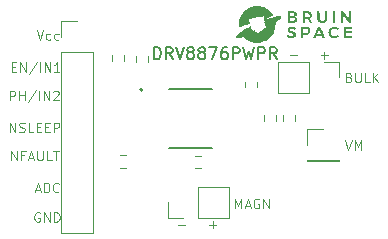
<source format=gbr>
%TF.GenerationSoftware,KiCad,Pcbnew,7.0.1*%
%TF.CreationDate,2023-05-06T21:47:35-07:00*%
%TF.ProjectId,MAGNETORQUERS,4d41474e-4554-44f5-9251-554552532e6b,rev?*%
%TF.SameCoordinates,Original*%
%TF.FileFunction,Legend,Top*%
%TF.FilePolarity,Positive*%
%FSLAX46Y46*%
G04 Gerber Fmt 4.6, Leading zero omitted, Abs format (unit mm)*
G04 Created by KiCad (PCBNEW 7.0.1) date 2023-05-06 21:47:35*
%MOMM*%
%LPD*%
G01*
G04 APERTURE LIST*
%ADD10C,0.120000*%
%ADD11C,0.150000*%
%ADD12C,0.127000*%
%ADD13C,0.200000*%
G04 APERTURE END LIST*
D10*
X141740476Y-95147333D02*
X142350000Y-95147333D01*
X142045238Y-95452095D02*
X142045238Y-94842571D01*
D11*
X137088095Y-81127619D02*
X137088095Y-80127619D01*
X137088095Y-80127619D02*
X137326190Y-80127619D01*
X137326190Y-80127619D02*
X137469047Y-80175238D01*
X137469047Y-80175238D02*
X137564285Y-80270476D01*
X137564285Y-80270476D02*
X137611904Y-80365714D01*
X137611904Y-80365714D02*
X137659523Y-80556190D01*
X137659523Y-80556190D02*
X137659523Y-80699047D01*
X137659523Y-80699047D02*
X137611904Y-80889523D01*
X137611904Y-80889523D02*
X137564285Y-80984761D01*
X137564285Y-80984761D02*
X137469047Y-81080000D01*
X137469047Y-81080000D02*
X137326190Y-81127619D01*
X137326190Y-81127619D02*
X137088095Y-81127619D01*
X138659523Y-81127619D02*
X138326190Y-80651428D01*
X138088095Y-81127619D02*
X138088095Y-80127619D01*
X138088095Y-80127619D02*
X138469047Y-80127619D01*
X138469047Y-80127619D02*
X138564285Y-80175238D01*
X138564285Y-80175238D02*
X138611904Y-80222857D01*
X138611904Y-80222857D02*
X138659523Y-80318095D01*
X138659523Y-80318095D02*
X138659523Y-80460952D01*
X138659523Y-80460952D02*
X138611904Y-80556190D01*
X138611904Y-80556190D02*
X138564285Y-80603809D01*
X138564285Y-80603809D02*
X138469047Y-80651428D01*
X138469047Y-80651428D02*
X138088095Y-80651428D01*
X138945238Y-80127619D02*
X139278571Y-81127619D01*
X139278571Y-81127619D02*
X139611904Y-80127619D01*
X140088095Y-80556190D02*
X139992857Y-80508571D01*
X139992857Y-80508571D02*
X139945238Y-80460952D01*
X139945238Y-80460952D02*
X139897619Y-80365714D01*
X139897619Y-80365714D02*
X139897619Y-80318095D01*
X139897619Y-80318095D02*
X139945238Y-80222857D01*
X139945238Y-80222857D02*
X139992857Y-80175238D01*
X139992857Y-80175238D02*
X140088095Y-80127619D01*
X140088095Y-80127619D02*
X140278571Y-80127619D01*
X140278571Y-80127619D02*
X140373809Y-80175238D01*
X140373809Y-80175238D02*
X140421428Y-80222857D01*
X140421428Y-80222857D02*
X140469047Y-80318095D01*
X140469047Y-80318095D02*
X140469047Y-80365714D01*
X140469047Y-80365714D02*
X140421428Y-80460952D01*
X140421428Y-80460952D02*
X140373809Y-80508571D01*
X140373809Y-80508571D02*
X140278571Y-80556190D01*
X140278571Y-80556190D02*
X140088095Y-80556190D01*
X140088095Y-80556190D02*
X139992857Y-80603809D01*
X139992857Y-80603809D02*
X139945238Y-80651428D01*
X139945238Y-80651428D02*
X139897619Y-80746666D01*
X139897619Y-80746666D02*
X139897619Y-80937142D01*
X139897619Y-80937142D02*
X139945238Y-81032380D01*
X139945238Y-81032380D02*
X139992857Y-81080000D01*
X139992857Y-81080000D02*
X140088095Y-81127619D01*
X140088095Y-81127619D02*
X140278571Y-81127619D01*
X140278571Y-81127619D02*
X140373809Y-81080000D01*
X140373809Y-81080000D02*
X140421428Y-81032380D01*
X140421428Y-81032380D02*
X140469047Y-80937142D01*
X140469047Y-80937142D02*
X140469047Y-80746666D01*
X140469047Y-80746666D02*
X140421428Y-80651428D01*
X140421428Y-80651428D02*
X140373809Y-80603809D01*
X140373809Y-80603809D02*
X140278571Y-80556190D01*
X141040476Y-80556190D02*
X140945238Y-80508571D01*
X140945238Y-80508571D02*
X140897619Y-80460952D01*
X140897619Y-80460952D02*
X140850000Y-80365714D01*
X140850000Y-80365714D02*
X140850000Y-80318095D01*
X140850000Y-80318095D02*
X140897619Y-80222857D01*
X140897619Y-80222857D02*
X140945238Y-80175238D01*
X140945238Y-80175238D02*
X141040476Y-80127619D01*
X141040476Y-80127619D02*
X141230952Y-80127619D01*
X141230952Y-80127619D02*
X141326190Y-80175238D01*
X141326190Y-80175238D02*
X141373809Y-80222857D01*
X141373809Y-80222857D02*
X141421428Y-80318095D01*
X141421428Y-80318095D02*
X141421428Y-80365714D01*
X141421428Y-80365714D02*
X141373809Y-80460952D01*
X141373809Y-80460952D02*
X141326190Y-80508571D01*
X141326190Y-80508571D02*
X141230952Y-80556190D01*
X141230952Y-80556190D02*
X141040476Y-80556190D01*
X141040476Y-80556190D02*
X140945238Y-80603809D01*
X140945238Y-80603809D02*
X140897619Y-80651428D01*
X140897619Y-80651428D02*
X140850000Y-80746666D01*
X140850000Y-80746666D02*
X140850000Y-80937142D01*
X140850000Y-80937142D02*
X140897619Y-81032380D01*
X140897619Y-81032380D02*
X140945238Y-81080000D01*
X140945238Y-81080000D02*
X141040476Y-81127619D01*
X141040476Y-81127619D02*
X141230952Y-81127619D01*
X141230952Y-81127619D02*
X141326190Y-81080000D01*
X141326190Y-81080000D02*
X141373809Y-81032380D01*
X141373809Y-81032380D02*
X141421428Y-80937142D01*
X141421428Y-80937142D02*
X141421428Y-80746666D01*
X141421428Y-80746666D02*
X141373809Y-80651428D01*
X141373809Y-80651428D02*
X141326190Y-80603809D01*
X141326190Y-80603809D02*
X141230952Y-80556190D01*
X141754762Y-80127619D02*
X142421428Y-80127619D01*
X142421428Y-80127619D02*
X141992857Y-81127619D01*
X143230952Y-80127619D02*
X143040476Y-80127619D01*
X143040476Y-80127619D02*
X142945238Y-80175238D01*
X142945238Y-80175238D02*
X142897619Y-80222857D01*
X142897619Y-80222857D02*
X142802381Y-80365714D01*
X142802381Y-80365714D02*
X142754762Y-80556190D01*
X142754762Y-80556190D02*
X142754762Y-80937142D01*
X142754762Y-80937142D02*
X142802381Y-81032380D01*
X142802381Y-81032380D02*
X142850000Y-81080000D01*
X142850000Y-81080000D02*
X142945238Y-81127619D01*
X142945238Y-81127619D02*
X143135714Y-81127619D01*
X143135714Y-81127619D02*
X143230952Y-81080000D01*
X143230952Y-81080000D02*
X143278571Y-81032380D01*
X143278571Y-81032380D02*
X143326190Y-80937142D01*
X143326190Y-80937142D02*
X143326190Y-80699047D01*
X143326190Y-80699047D02*
X143278571Y-80603809D01*
X143278571Y-80603809D02*
X143230952Y-80556190D01*
X143230952Y-80556190D02*
X143135714Y-80508571D01*
X143135714Y-80508571D02*
X142945238Y-80508571D01*
X142945238Y-80508571D02*
X142850000Y-80556190D01*
X142850000Y-80556190D02*
X142802381Y-80603809D01*
X142802381Y-80603809D02*
X142754762Y-80699047D01*
X143754762Y-81127619D02*
X143754762Y-80127619D01*
X143754762Y-80127619D02*
X144135714Y-80127619D01*
X144135714Y-80127619D02*
X144230952Y-80175238D01*
X144230952Y-80175238D02*
X144278571Y-80222857D01*
X144278571Y-80222857D02*
X144326190Y-80318095D01*
X144326190Y-80318095D02*
X144326190Y-80460952D01*
X144326190Y-80460952D02*
X144278571Y-80556190D01*
X144278571Y-80556190D02*
X144230952Y-80603809D01*
X144230952Y-80603809D02*
X144135714Y-80651428D01*
X144135714Y-80651428D02*
X143754762Y-80651428D01*
X144659524Y-80127619D02*
X144897619Y-81127619D01*
X144897619Y-81127619D02*
X145088095Y-80413333D01*
X145088095Y-80413333D02*
X145278571Y-81127619D01*
X145278571Y-81127619D02*
X145516667Y-80127619D01*
X145897619Y-81127619D02*
X145897619Y-80127619D01*
X145897619Y-80127619D02*
X146278571Y-80127619D01*
X146278571Y-80127619D02*
X146373809Y-80175238D01*
X146373809Y-80175238D02*
X146421428Y-80222857D01*
X146421428Y-80222857D02*
X146469047Y-80318095D01*
X146469047Y-80318095D02*
X146469047Y-80460952D01*
X146469047Y-80460952D02*
X146421428Y-80556190D01*
X146421428Y-80556190D02*
X146373809Y-80603809D01*
X146373809Y-80603809D02*
X146278571Y-80651428D01*
X146278571Y-80651428D02*
X145897619Y-80651428D01*
X147469047Y-81127619D02*
X147135714Y-80651428D01*
X146897619Y-81127619D02*
X146897619Y-80127619D01*
X146897619Y-80127619D02*
X147278571Y-80127619D01*
X147278571Y-80127619D02*
X147373809Y-80175238D01*
X147373809Y-80175238D02*
X147421428Y-80222857D01*
X147421428Y-80222857D02*
X147469047Y-80318095D01*
X147469047Y-80318095D02*
X147469047Y-80460952D01*
X147469047Y-80460952D02*
X147421428Y-80556190D01*
X147421428Y-80556190D02*
X147373809Y-80603809D01*
X147373809Y-80603809D02*
X147278571Y-80651428D01*
X147278571Y-80651428D02*
X146897619Y-80651428D01*
D10*
X124990476Y-89702095D02*
X124990476Y-88902095D01*
X124990476Y-88902095D02*
X125447619Y-89702095D01*
X125447619Y-89702095D02*
X125447619Y-88902095D01*
X126095237Y-89283047D02*
X125828571Y-89283047D01*
X125828571Y-89702095D02*
X125828571Y-88902095D01*
X125828571Y-88902095D02*
X126209523Y-88902095D01*
X126476189Y-89473523D02*
X126857142Y-89473523D01*
X126399999Y-89702095D02*
X126666666Y-88902095D01*
X126666666Y-88902095D02*
X126933332Y-89702095D01*
X127199999Y-88902095D02*
X127199999Y-89549714D01*
X127199999Y-89549714D02*
X127238094Y-89625904D01*
X127238094Y-89625904D02*
X127276189Y-89664000D01*
X127276189Y-89664000D02*
X127352380Y-89702095D01*
X127352380Y-89702095D02*
X127504761Y-89702095D01*
X127504761Y-89702095D02*
X127580951Y-89664000D01*
X127580951Y-89664000D02*
X127619046Y-89625904D01*
X127619046Y-89625904D02*
X127657142Y-89549714D01*
X127657142Y-89549714D02*
X127657142Y-88902095D01*
X128419046Y-89702095D02*
X128038094Y-89702095D01*
X128038094Y-89702095D02*
X128038094Y-88902095D01*
X128571427Y-88902095D02*
X129028570Y-88902095D01*
X128799998Y-89702095D02*
X128799998Y-88902095D01*
X124890476Y-87302095D02*
X124890476Y-86502095D01*
X124890476Y-86502095D02*
X125347619Y-87302095D01*
X125347619Y-87302095D02*
X125347619Y-86502095D01*
X125690475Y-87264000D02*
X125804761Y-87302095D01*
X125804761Y-87302095D02*
X125995237Y-87302095D01*
X125995237Y-87302095D02*
X126071428Y-87264000D01*
X126071428Y-87264000D02*
X126109523Y-87225904D01*
X126109523Y-87225904D02*
X126147618Y-87149714D01*
X126147618Y-87149714D02*
X126147618Y-87073523D01*
X126147618Y-87073523D02*
X126109523Y-86997333D01*
X126109523Y-86997333D02*
X126071428Y-86959238D01*
X126071428Y-86959238D02*
X125995237Y-86921142D01*
X125995237Y-86921142D02*
X125842856Y-86883047D01*
X125842856Y-86883047D02*
X125766666Y-86844952D01*
X125766666Y-86844952D02*
X125728571Y-86806857D01*
X125728571Y-86806857D02*
X125690475Y-86730666D01*
X125690475Y-86730666D02*
X125690475Y-86654476D01*
X125690475Y-86654476D02*
X125728571Y-86578285D01*
X125728571Y-86578285D02*
X125766666Y-86540190D01*
X125766666Y-86540190D02*
X125842856Y-86502095D01*
X125842856Y-86502095D02*
X126033333Y-86502095D01*
X126033333Y-86502095D02*
X126147618Y-86540190D01*
X126871428Y-87302095D02*
X126490476Y-87302095D01*
X126490476Y-87302095D02*
X126490476Y-86502095D01*
X127138095Y-86883047D02*
X127404761Y-86883047D01*
X127519047Y-87302095D02*
X127138095Y-87302095D01*
X127138095Y-87302095D02*
X127138095Y-86502095D01*
X127138095Y-86502095D02*
X127519047Y-86502095D01*
X127861905Y-86883047D02*
X128128571Y-86883047D01*
X128242857Y-87302095D02*
X127861905Y-87302095D01*
X127861905Y-87302095D02*
X127861905Y-86502095D01*
X127861905Y-86502095D02*
X128242857Y-86502095D01*
X128585715Y-87302095D02*
X128585715Y-86502095D01*
X128585715Y-86502095D02*
X128890477Y-86502095D01*
X128890477Y-86502095D02*
X128966667Y-86540190D01*
X128966667Y-86540190D02*
X129004762Y-86578285D01*
X129004762Y-86578285D02*
X129042858Y-86654476D01*
X129042858Y-86654476D02*
X129042858Y-86768761D01*
X129042858Y-86768761D02*
X129004762Y-86844952D01*
X129004762Y-86844952D02*
X128966667Y-86883047D01*
X128966667Y-86883047D02*
X128890477Y-86921142D01*
X128890477Y-86921142D02*
X128585715Y-86921142D01*
X151190476Y-80797333D02*
X151800000Y-80797333D01*
X151495238Y-81102095D02*
X151495238Y-80492571D01*
X127052380Y-92173523D02*
X127433333Y-92173523D01*
X126976190Y-92402095D02*
X127242857Y-91602095D01*
X127242857Y-91602095D02*
X127509523Y-92402095D01*
X127776190Y-92402095D02*
X127776190Y-91602095D01*
X127776190Y-91602095D02*
X127966666Y-91602095D01*
X127966666Y-91602095D02*
X128080952Y-91640190D01*
X128080952Y-91640190D02*
X128157142Y-91716380D01*
X128157142Y-91716380D02*
X128195237Y-91792571D01*
X128195237Y-91792571D02*
X128233333Y-91944952D01*
X128233333Y-91944952D02*
X128233333Y-92059238D01*
X128233333Y-92059238D02*
X128195237Y-92211619D01*
X128195237Y-92211619D02*
X128157142Y-92287809D01*
X128157142Y-92287809D02*
X128080952Y-92364000D01*
X128080952Y-92364000D02*
X127966666Y-92402095D01*
X127966666Y-92402095D02*
X127776190Y-92402095D01*
X129033333Y-92325904D02*
X128995237Y-92364000D01*
X128995237Y-92364000D02*
X128880952Y-92402095D01*
X128880952Y-92402095D02*
X128804761Y-92402095D01*
X128804761Y-92402095D02*
X128690475Y-92364000D01*
X128690475Y-92364000D02*
X128614285Y-92287809D01*
X128614285Y-92287809D02*
X128576190Y-92211619D01*
X128576190Y-92211619D02*
X128538094Y-92059238D01*
X128538094Y-92059238D02*
X128538094Y-91944952D01*
X128538094Y-91944952D02*
X128576190Y-91792571D01*
X128576190Y-91792571D02*
X128614285Y-91716380D01*
X128614285Y-91716380D02*
X128690475Y-91640190D01*
X128690475Y-91640190D02*
X128804761Y-91602095D01*
X128804761Y-91602095D02*
X128880952Y-91602095D01*
X128880952Y-91602095D02*
X128995237Y-91640190D01*
X128995237Y-91640190D02*
X129033333Y-91678285D01*
X125040476Y-81783047D02*
X125307142Y-81783047D01*
X125421428Y-82202095D02*
X125040476Y-82202095D01*
X125040476Y-82202095D02*
X125040476Y-81402095D01*
X125040476Y-81402095D02*
X125421428Y-81402095D01*
X125764286Y-82202095D02*
X125764286Y-81402095D01*
X125764286Y-81402095D02*
X126221429Y-82202095D01*
X126221429Y-82202095D02*
X126221429Y-81402095D01*
X127173809Y-81364000D02*
X126488095Y-82392571D01*
X127440476Y-82202095D02*
X127440476Y-81402095D01*
X127821428Y-82202095D02*
X127821428Y-81402095D01*
X127821428Y-81402095D02*
X128278571Y-82202095D01*
X128278571Y-82202095D02*
X128278571Y-81402095D01*
X129078570Y-82202095D02*
X128621427Y-82202095D01*
X128849999Y-82202095D02*
X128849999Y-81402095D01*
X128849999Y-81402095D02*
X128773808Y-81516380D01*
X128773808Y-81516380D02*
X128697618Y-81592571D01*
X128697618Y-81592571D02*
X128621427Y-81630666D01*
X139140476Y-95147333D02*
X139750000Y-95147333D01*
X127176190Y-78702095D02*
X127442857Y-79502095D01*
X127442857Y-79502095D02*
X127709523Y-78702095D01*
X128319047Y-79464000D02*
X128242856Y-79502095D01*
X128242856Y-79502095D02*
X128090475Y-79502095D01*
X128090475Y-79502095D02*
X128014285Y-79464000D01*
X128014285Y-79464000D02*
X127976190Y-79425904D01*
X127976190Y-79425904D02*
X127938094Y-79349714D01*
X127938094Y-79349714D02*
X127938094Y-79121142D01*
X127938094Y-79121142D02*
X127976190Y-79044952D01*
X127976190Y-79044952D02*
X128014285Y-79006857D01*
X128014285Y-79006857D02*
X128090475Y-78968761D01*
X128090475Y-78968761D02*
X128242856Y-78968761D01*
X128242856Y-78968761D02*
X128319047Y-79006857D01*
X129004761Y-79464000D02*
X128928570Y-79502095D01*
X128928570Y-79502095D02*
X128776189Y-79502095D01*
X128776189Y-79502095D02*
X128699999Y-79464000D01*
X128699999Y-79464000D02*
X128661904Y-79425904D01*
X128661904Y-79425904D02*
X128623808Y-79349714D01*
X128623808Y-79349714D02*
X128623808Y-79121142D01*
X128623808Y-79121142D02*
X128661904Y-79044952D01*
X128661904Y-79044952D02*
X128699999Y-79006857D01*
X128699999Y-79006857D02*
X128776189Y-78968761D01*
X128776189Y-78968761D02*
X128928570Y-78968761D01*
X128928570Y-78968761D02*
X129004761Y-79006857D01*
X153276190Y-88002095D02*
X153542857Y-88802095D01*
X153542857Y-88802095D02*
X153809523Y-88002095D01*
X154076190Y-88802095D02*
X154076190Y-88002095D01*
X154076190Y-88002095D02*
X154342856Y-88573523D01*
X154342856Y-88573523D02*
X154609523Y-88002095D01*
X154609523Y-88002095D02*
X154609523Y-88802095D01*
X153607142Y-82683047D02*
X153721428Y-82721142D01*
X153721428Y-82721142D02*
X153759523Y-82759238D01*
X153759523Y-82759238D02*
X153797619Y-82835428D01*
X153797619Y-82835428D02*
X153797619Y-82949714D01*
X153797619Y-82949714D02*
X153759523Y-83025904D01*
X153759523Y-83025904D02*
X153721428Y-83064000D01*
X153721428Y-83064000D02*
X153645238Y-83102095D01*
X153645238Y-83102095D02*
X153340476Y-83102095D01*
X153340476Y-83102095D02*
X153340476Y-82302095D01*
X153340476Y-82302095D02*
X153607142Y-82302095D01*
X153607142Y-82302095D02*
X153683333Y-82340190D01*
X153683333Y-82340190D02*
X153721428Y-82378285D01*
X153721428Y-82378285D02*
X153759523Y-82454476D01*
X153759523Y-82454476D02*
X153759523Y-82530666D01*
X153759523Y-82530666D02*
X153721428Y-82606857D01*
X153721428Y-82606857D02*
X153683333Y-82644952D01*
X153683333Y-82644952D02*
X153607142Y-82683047D01*
X153607142Y-82683047D02*
X153340476Y-82683047D01*
X154140476Y-82302095D02*
X154140476Y-82949714D01*
X154140476Y-82949714D02*
X154178571Y-83025904D01*
X154178571Y-83025904D02*
X154216666Y-83064000D01*
X154216666Y-83064000D02*
X154292857Y-83102095D01*
X154292857Y-83102095D02*
X154445238Y-83102095D01*
X154445238Y-83102095D02*
X154521428Y-83064000D01*
X154521428Y-83064000D02*
X154559523Y-83025904D01*
X154559523Y-83025904D02*
X154597619Y-82949714D01*
X154597619Y-82949714D02*
X154597619Y-82302095D01*
X155359523Y-83102095D02*
X154978571Y-83102095D01*
X154978571Y-83102095D02*
X154978571Y-82302095D01*
X155626190Y-83102095D02*
X155626190Y-82302095D01*
X156083333Y-83102095D02*
X155740475Y-82644952D01*
X156083333Y-82302095D02*
X155626190Y-82759238D01*
X124890476Y-84602095D02*
X124890476Y-83802095D01*
X124890476Y-83802095D02*
X125195238Y-83802095D01*
X125195238Y-83802095D02*
X125271428Y-83840190D01*
X125271428Y-83840190D02*
X125309523Y-83878285D01*
X125309523Y-83878285D02*
X125347619Y-83954476D01*
X125347619Y-83954476D02*
X125347619Y-84068761D01*
X125347619Y-84068761D02*
X125309523Y-84144952D01*
X125309523Y-84144952D02*
X125271428Y-84183047D01*
X125271428Y-84183047D02*
X125195238Y-84221142D01*
X125195238Y-84221142D02*
X124890476Y-84221142D01*
X125690476Y-84602095D02*
X125690476Y-83802095D01*
X125690476Y-84183047D02*
X126147619Y-84183047D01*
X126147619Y-84602095D02*
X126147619Y-83802095D01*
X127099999Y-83764000D02*
X126414285Y-84792571D01*
X127366666Y-84602095D02*
X127366666Y-83802095D01*
X127747618Y-84602095D02*
X127747618Y-83802095D01*
X127747618Y-83802095D02*
X128204761Y-84602095D01*
X128204761Y-84602095D02*
X128204761Y-83802095D01*
X128547617Y-83878285D02*
X128585713Y-83840190D01*
X128585713Y-83840190D02*
X128661903Y-83802095D01*
X128661903Y-83802095D02*
X128852379Y-83802095D01*
X128852379Y-83802095D02*
X128928570Y-83840190D01*
X128928570Y-83840190D02*
X128966665Y-83878285D01*
X128966665Y-83878285D02*
X129004760Y-83954476D01*
X129004760Y-83954476D02*
X129004760Y-84030666D01*
X129004760Y-84030666D02*
X128966665Y-84144952D01*
X128966665Y-84144952D02*
X128509522Y-84602095D01*
X128509522Y-84602095D02*
X129004760Y-84602095D01*
X148590476Y-80797333D02*
X149200000Y-80797333D01*
X127409523Y-94140190D02*
X127333333Y-94102095D01*
X127333333Y-94102095D02*
X127219047Y-94102095D01*
X127219047Y-94102095D02*
X127104761Y-94140190D01*
X127104761Y-94140190D02*
X127028571Y-94216380D01*
X127028571Y-94216380D02*
X126990476Y-94292571D01*
X126990476Y-94292571D02*
X126952380Y-94444952D01*
X126952380Y-94444952D02*
X126952380Y-94559238D01*
X126952380Y-94559238D02*
X126990476Y-94711619D01*
X126990476Y-94711619D02*
X127028571Y-94787809D01*
X127028571Y-94787809D02*
X127104761Y-94864000D01*
X127104761Y-94864000D02*
X127219047Y-94902095D01*
X127219047Y-94902095D02*
X127295238Y-94902095D01*
X127295238Y-94902095D02*
X127409523Y-94864000D01*
X127409523Y-94864000D02*
X127447619Y-94825904D01*
X127447619Y-94825904D02*
X127447619Y-94559238D01*
X127447619Y-94559238D02*
X127295238Y-94559238D01*
X127790476Y-94902095D02*
X127790476Y-94102095D01*
X127790476Y-94102095D02*
X128247619Y-94902095D01*
X128247619Y-94902095D02*
X128247619Y-94102095D01*
X128628571Y-94902095D02*
X128628571Y-94102095D01*
X128628571Y-94102095D02*
X128819047Y-94102095D01*
X128819047Y-94102095D02*
X128933333Y-94140190D01*
X128933333Y-94140190D02*
X129009523Y-94216380D01*
X129009523Y-94216380D02*
X129047618Y-94292571D01*
X129047618Y-94292571D02*
X129085714Y-94444952D01*
X129085714Y-94444952D02*
X129085714Y-94559238D01*
X129085714Y-94559238D02*
X129047618Y-94711619D01*
X129047618Y-94711619D02*
X129009523Y-94787809D01*
X129009523Y-94787809D02*
X128933333Y-94864000D01*
X128933333Y-94864000D02*
X128819047Y-94902095D01*
X128819047Y-94902095D02*
X128628571Y-94902095D01*
%TO.C,MAGN*%
X143951429Y-93758895D02*
X143951429Y-92958895D01*
X143951429Y-92958895D02*
X144218095Y-93530323D01*
X144218095Y-93530323D02*
X144484762Y-92958895D01*
X144484762Y-92958895D02*
X144484762Y-93758895D01*
X144827619Y-93530323D02*
X145208572Y-93530323D01*
X144751429Y-93758895D02*
X145018096Y-92958895D01*
X145018096Y-92958895D02*
X145284762Y-93758895D01*
X145970476Y-92996990D02*
X145894286Y-92958895D01*
X145894286Y-92958895D02*
X145780000Y-92958895D01*
X145780000Y-92958895D02*
X145665714Y-92996990D01*
X145665714Y-92996990D02*
X145589524Y-93073180D01*
X145589524Y-93073180D02*
X145551429Y-93149371D01*
X145551429Y-93149371D02*
X145513333Y-93301752D01*
X145513333Y-93301752D02*
X145513333Y-93416038D01*
X145513333Y-93416038D02*
X145551429Y-93568419D01*
X145551429Y-93568419D02*
X145589524Y-93644609D01*
X145589524Y-93644609D02*
X145665714Y-93720800D01*
X145665714Y-93720800D02*
X145780000Y-93758895D01*
X145780000Y-93758895D02*
X145856191Y-93758895D01*
X145856191Y-93758895D02*
X145970476Y-93720800D01*
X145970476Y-93720800D02*
X146008572Y-93682704D01*
X146008572Y-93682704D02*
X146008572Y-93416038D01*
X146008572Y-93416038D02*
X145856191Y-93416038D01*
X146351429Y-93758895D02*
X146351429Y-92958895D01*
X146351429Y-92958895D02*
X146808572Y-93758895D01*
X146808572Y-93758895D02*
X146808572Y-92958895D01*
%TO.C,VM1*%
X150054000Y-87062000D02*
X151384000Y-87062000D01*
X150054000Y-88392000D02*
X150054000Y-87062000D01*
X150054000Y-89662000D02*
X150054000Y-89722000D01*
X150054000Y-89662000D02*
X152714000Y-89662000D01*
X150054000Y-89722000D02*
X152714000Y-89722000D01*
X152714000Y-89662000D02*
X152714000Y-89722000D01*
%TO.C,16k*%
X133527500Y-81287258D02*
X133527500Y-80812742D01*
X134572500Y-81287258D02*
X134572500Y-80812742D01*
%TO.C,G\u002A\u002A\u002A*%
G36*
X145523986Y-77703102D02*
G01*
X145519510Y-77707578D01*
X145515033Y-77703102D01*
X145519510Y-77698625D01*
X145523986Y-77703102D01*
G37*
G36*
X145523986Y-78678992D02*
G01*
X145519510Y-78683468D01*
X145515033Y-78678992D01*
X145519510Y-78674515D01*
X145523986Y-78678992D01*
G37*
G36*
X145595611Y-78705851D02*
G01*
X145591135Y-78710328D01*
X145586658Y-78705851D01*
X145591135Y-78701375D01*
X145595611Y-78705851D01*
G37*
G36*
X145613518Y-78714804D02*
G01*
X145609041Y-78719281D01*
X145604565Y-78714804D01*
X145609041Y-78710328D01*
X145613518Y-78714804D01*
G37*
G36*
X145631424Y-78723758D02*
G01*
X145626947Y-78728234D01*
X145622471Y-78723758D01*
X145626947Y-78719281D01*
X145631424Y-78723758D01*
G37*
G36*
X145649330Y-78732711D02*
G01*
X145644854Y-78737187D01*
X145640377Y-78732711D01*
X145644854Y-78728234D01*
X145649330Y-78732711D01*
G37*
G36*
X145667236Y-78741664D02*
G01*
X145662760Y-78746140D01*
X145658283Y-78741664D01*
X145662760Y-78737187D01*
X145667236Y-78741664D01*
G37*
G36*
X145685143Y-78750617D02*
G01*
X145680666Y-78755093D01*
X145676190Y-78750617D01*
X145680666Y-78746140D01*
X145685143Y-78750617D01*
G37*
G36*
X145703049Y-78759570D02*
G01*
X145698572Y-78764047D01*
X145694096Y-78759570D01*
X145698572Y-78755093D01*
X145703049Y-78759570D01*
G37*
G36*
X145720955Y-78768523D02*
G01*
X145716479Y-78773000D01*
X145712002Y-78768523D01*
X145716479Y-78764047D01*
X145720955Y-78768523D01*
G37*
G36*
X145738861Y-78777476D02*
G01*
X145734385Y-78781953D01*
X145729908Y-78777476D01*
X145734385Y-78773000D01*
X145738861Y-78777476D01*
G37*
G36*
X145756768Y-77613571D02*
G01*
X145752291Y-77618047D01*
X145747814Y-77613571D01*
X145752291Y-77609094D01*
X145756768Y-77613571D01*
G37*
G36*
X145756768Y-78786429D02*
G01*
X145752291Y-78790906D01*
X145747814Y-78786429D01*
X145752291Y-78781953D01*
X145756768Y-78786429D01*
G37*
G36*
X145810486Y-78822242D02*
G01*
X145806010Y-78826718D01*
X145801533Y-78822242D01*
X145806010Y-78817765D01*
X145810486Y-78822242D01*
G37*
G36*
X145882111Y-78893867D02*
G01*
X145877635Y-78898343D01*
X145873158Y-78893867D01*
X145877635Y-78889390D01*
X145882111Y-78893867D01*
G37*
G36*
X145953736Y-78884914D02*
G01*
X145949260Y-78889390D01*
X145944783Y-78884914D01*
X145949260Y-78880437D01*
X145953736Y-78884914D01*
G37*
G36*
X146240236Y-77550899D02*
G01*
X146235759Y-77555375D01*
X146231283Y-77550899D01*
X146235759Y-77546422D01*
X146240236Y-77550899D01*
G37*
G36*
X146249189Y-77532993D02*
G01*
X146244713Y-77537469D01*
X146240236Y-77532993D01*
X146244713Y-77528516D01*
X146249189Y-77532993D01*
G37*
G36*
X146338720Y-77488227D02*
G01*
X146334244Y-77492704D01*
X146329767Y-77488227D01*
X146334244Y-77483750D01*
X146338720Y-77488227D01*
G37*
G36*
X146356627Y-77479274D02*
G01*
X146352150Y-77483750D01*
X146347673Y-77479274D01*
X146352150Y-77474797D01*
X146356627Y-77479274D01*
G37*
G36*
X146401392Y-77756821D02*
G01*
X146396916Y-77761297D01*
X146392439Y-77756821D01*
X146396916Y-77752344D01*
X146401392Y-77756821D01*
G37*
G36*
X145144971Y-77782188D02*
G01*
X145146043Y-77792813D01*
X145144971Y-77794125D01*
X145139648Y-77792896D01*
X145139002Y-77788157D01*
X145142278Y-77780787D01*
X145144971Y-77782188D01*
G37*
G36*
X145153924Y-77809047D02*
G01*
X145154996Y-77819672D01*
X145153924Y-77820985D01*
X145148602Y-77819756D01*
X145147955Y-77815016D01*
X145151231Y-77807646D01*
X145153924Y-77809047D01*
G37*
G36*
X145162877Y-77835907D02*
G01*
X145163949Y-77846532D01*
X145162877Y-77847844D01*
X145157555Y-77846615D01*
X145156909Y-77841875D01*
X145160184Y-77834506D01*
X145162877Y-77835907D01*
G37*
G36*
X145171830Y-77871719D02*
G01*
X145172902Y-77882344D01*
X145171830Y-77883656D01*
X145166508Y-77882427D01*
X145165862Y-77877688D01*
X145169138Y-77870318D01*
X145171830Y-77871719D01*
G37*
G36*
X145180784Y-77898578D02*
G01*
X145181855Y-77909204D01*
X145180784Y-77910516D01*
X145175461Y-77909287D01*
X145174815Y-77904547D01*
X145178091Y-77897178D01*
X145180784Y-77898578D01*
G37*
G36*
X145189737Y-77925438D02*
G01*
X145190808Y-77936063D01*
X145189737Y-77937375D01*
X145184414Y-77936146D01*
X145183768Y-77931406D01*
X145187044Y-77924037D01*
X145189737Y-77925438D01*
G37*
G36*
X145198690Y-77952297D02*
G01*
X145199761Y-77962922D01*
X145198690Y-77964235D01*
X145193367Y-77963006D01*
X145192721Y-77958266D01*
X145195997Y-77950896D01*
X145198690Y-77952297D01*
G37*
G36*
X145199249Y-77755888D02*
G01*
X145196579Y-77759957D01*
X145187498Y-77760590D01*
X145177945Y-77758404D01*
X145182089Y-77755181D01*
X145196082Y-77754114D01*
X145199249Y-77755888D01*
G37*
G36*
X145207643Y-77988110D02*
G01*
X145208714Y-77998735D01*
X145207643Y-78000047D01*
X145202320Y-77998818D01*
X145201674Y-77994078D01*
X145204950Y-77986709D01*
X145207643Y-77988110D01*
G37*
G36*
X145216596Y-78014969D02*
G01*
X145217668Y-78025594D01*
X145216596Y-78026906D01*
X145211273Y-78025677D01*
X145210627Y-78020938D01*
X145213903Y-78013568D01*
X145216596Y-78014969D01*
G37*
G36*
X145225549Y-78041828D02*
G01*
X145226621Y-78052454D01*
X145225549Y-78053766D01*
X145220227Y-78052537D01*
X145219580Y-78047797D01*
X145222856Y-78040428D01*
X145225549Y-78041828D01*
G37*
G36*
X145234650Y-78072978D02*
G01*
X145235717Y-78086970D01*
X145233943Y-78090138D01*
X145229873Y-78087468D01*
X145229240Y-78078387D01*
X145231427Y-78068834D01*
X145234650Y-78072978D01*
G37*
G36*
X145248678Y-77764321D02*
G01*
X145249803Y-77767589D01*
X145237487Y-77768837D01*
X145224777Y-77767430D01*
X145226295Y-77764321D01*
X145244625Y-77763138D01*
X145248678Y-77764321D01*
G37*
G36*
X145288221Y-77773235D02*
G01*
X145286992Y-77778557D01*
X145282252Y-77779203D01*
X145274883Y-77775928D01*
X145276284Y-77773235D01*
X145286909Y-77772163D01*
X145288221Y-77773235D01*
G37*
G36*
X145315080Y-78337281D02*
G01*
X145316152Y-78347906D01*
X145315080Y-78349219D01*
X145309758Y-78347990D01*
X145309112Y-78343250D01*
X145312387Y-78335881D01*
X145315080Y-78337281D01*
G37*
G36*
X145324033Y-78364141D02*
G01*
X145325105Y-78374766D01*
X145324033Y-78376078D01*
X145318711Y-78374849D01*
X145318065Y-78370109D01*
X145321341Y-78362740D01*
X145324033Y-78364141D01*
G37*
G36*
X145332987Y-77764282D02*
G01*
X145331758Y-77769604D01*
X145327018Y-77770250D01*
X145319648Y-77766974D01*
X145321049Y-77764282D01*
X145331674Y-77763210D01*
X145332987Y-77764282D01*
G37*
G36*
X145332987Y-78391000D02*
G01*
X145334058Y-78401625D01*
X145332987Y-78402937D01*
X145327664Y-78401708D01*
X145327018Y-78396969D01*
X145330294Y-78389599D01*
X145332987Y-78391000D01*
G37*
G36*
X145342087Y-78422149D02*
G01*
X145343154Y-78436142D01*
X145341380Y-78439309D01*
X145337311Y-78436639D01*
X145336678Y-78427558D01*
X145338864Y-78418005D01*
X145342087Y-78422149D01*
G37*
G36*
X145350893Y-78453672D02*
G01*
X145351964Y-78464297D01*
X145350893Y-78465609D01*
X145345570Y-78464380D01*
X145344924Y-78459641D01*
X145348200Y-78452271D01*
X145350893Y-78453672D01*
G37*
G36*
X145359846Y-77755328D02*
G01*
X145358617Y-77760651D01*
X145353877Y-77761297D01*
X145346508Y-77758021D01*
X145347908Y-77755328D01*
X145358534Y-77754257D01*
X145359846Y-77755328D01*
G37*
G36*
X145359846Y-78480531D02*
G01*
X145360917Y-78491156D01*
X145359846Y-78492469D01*
X145354523Y-78491240D01*
X145353877Y-78486500D01*
X145357153Y-78479130D01*
X145359846Y-78480531D01*
G37*
G36*
X145368799Y-78507390D02*
G01*
X145369871Y-78518016D01*
X145368799Y-78519328D01*
X145363476Y-78518099D01*
X145362830Y-78513359D01*
X145366106Y-78505990D01*
X145368799Y-78507390D01*
G37*
G36*
X145377752Y-78543203D02*
G01*
X145378824Y-78553828D01*
X145377752Y-78555140D01*
X145372430Y-78553911D01*
X145371783Y-78549172D01*
X145375059Y-78541802D01*
X145377752Y-78543203D01*
G37*
G36*
X145386705Y-77746375D02*
G01*
X145385476Y-77751698D01*
X145380737Y-77752344D01*
X145373367Y-77749068D01*
X145374768Y-77746375D01*
X145385393Y-77745304D01*
X145386705Y-77746375D01*
G37*
G36*
X145386705Y-78570062D02*
G01*
X145387777Y-78580688D01*
X145386705Y-78582000D01*
X145381383Y-78580771D01*
X145380737Y-78576031D01*
X145384012Y-78568662D01*
X145386705Y-78570062D01*
G37*
G36*
X145395658Y-78596922D02*
G01*
X145396730Y-78607547D01*
X145395658Y-78608859D01*
X145390336Y-78607630D01*
X145389690Y-78602890D01*
X145392965Y-78595521D01*
X145395658Y-78596922D01*
G37*
G36*
X145404612Y-78623781D02*
G01*
X145405683Y-78634406D01*
X145404612Y-78635719D01*
X145399289Y-78634490D01*
X145398643Y-78629750D01*
X145401919Y-78622380D01*
X145404612Y-78623781D01*
G37*
G36*
X145413565Y-77737422D02*
G01*
X145412336Y-77742745D01*
X145407596Y-77743391D01*
X145400226Y-77740115D01*
X145401627Y-77737422D01*
X145412252Y-77736351D01*
X145413565Y-77737422D01*
G37*
G36*
X145440424Y-77728469D02*
G01*
X145439195Y-77733792D01*
X145434455Y-77734438D01*
X145427086Y-77731162D01*
X145428487Y-77728469D01*
X145439112Y-77727398D01*
X145440424Y-77728469D01*
G37*
G36*
X145467283Y-77719516D02*
G01*
X145466054Y-77724839D01*
X145461315Y-77725485D01*
X145453945Y-77722209D01*
X145455346Y-77719516D01*
X145465971Y-77718444D01*
X145467283Y-77719516D01*
G37*
G36*
X145494143Y-77710563D02*
G01*
X145492914Y-77715885D01*
X145488174Y-77716532D01*
X145480805Y-77713256D01*
X145482205Y-77710563D01*
X145492831Y-77709491D01*
X145494143Y-77710563D01*
G37*
G36*
X145503655Y-78669106D02*
G01*
X145500985Y-78673175D01*
X145491904Y-78673809D01*
X145482351Y-78671622D01*
X145486495Y-78668399D01*
X145500488Y-78667332D01*
X145503655Y-78669106D01*
G37*
G36*
X145547861Y-78686453D02*
G01*
X145546632Y-78691775D01*
X145541893Y-78692422D01*
X145534523Y-78689146D01*
X145535924Y-78686453D01*
X145546549Y-78685381D01*
X145547861Y-78686453D01*
G37*
G36*
X145556815Y-77692657D02*
G01*
X145555586Y-77697979D01*
X145550846Y-77698625D01*
X145543476Y-77695350D01*
X145544877Y-77692657D01*
X145555502Y-77691585D01*
X145556815Y-77692657D01*
G37*
G36*
X145574721Y-78695406D02*
G01*
X145573492Y-78700729D01*
X145568752Y-78701375D01*
X145561383Y-78698099D01*
X145562783Y-78695406D01*
X145573409Y-78694334D01*
X145574721Y-78695406D01*
G37*
G36*
X145583674Y-77683703D02*
G01*
X145582445Y-77689026D01*
X145577705Y-77689672D01*
X145570336Y-77686396D01*
X145571736Y-77683703D01*
X145582362Y-77682632D01*
X145583674Y-77683703D01*
G37*
G36*
X145610533Y-77674750D02*
G01*
X145609304Y-77680073D01*
X145604565Y-77680719D01*
X145597195Y-77677443D01*
X145598596Y-77674750D01*
X145609221Y-77673679D01*
X145610533Y-77674750D01*
G37*
G36*
X145637393Y-77665797D02*
G01*
X145636164Y-77671120D01*
X145631424Y-77671766D01*
X145624054Y-77668490D01*
X145625455Y-77665797D01*
X145636080Y-77664726D01*
X145637393Y-77665797D01*
G37*
G36*
X145664252Y-77656844D02*
G01*
X145663023Y-77662167D01*
X145658283Y-77662813D01*
X145650914Y-77659537D01*
X145652315Y-77656844D01*
X145662940Y-77655773D01*
X145664252Y-77656844D01*
G37*
G36*
X145691111Y-77647891D02*
G01*
X145689882Y-77653214D01*
X145685143Y-77653860D01*
X145677773Y-77650584D01*
X145679174Y-77647891D01*
X145689799Y-77646819D01*
X145691111Y-77647891D01*
G37*
G36*
X145717971Y-77638938D02*
G01*
X145716742Y-77644261D01*
X145712002Y-77644907D01*
X145704633Y-77641631D01*
X145706033Y-77638938D01*
X145716658Y-77637866D01*
X145717971Y-77638938D01*
G37*
G36*
X145744830Y-77629985D02*
G01*
X145743601Y-77635307D01*
X145738861Y-77635954D01*
X145731492Y-77632678D01*
X145732893Y-77629985D01*
X145743518Y-77628913D01*
X145744830Y-77629985D01*
G37*
G36*
X146317830Y-77495688D02*
G01*
X146316601Y-77501011D01*
X146311861Y-77501657D01*
X146304492Y-77498381D01*
X146305892Y-77495688D01*
X146316518Y-77494616D01*
X146317830Y-77495688D01*
G37*
G36*
X146362556Y-77508372D02*
G01*
X146363739Y-77526702D01*
X146362556Y-77530754D01*
X146359288Y-77531879D01*
X146358040Y-77519563D01*
X146359447Y-77506853D01*
X146362556Y-77508372D01*
G37*
G36*
X146371509Y-77562090D02*
G01*
X146372692Y-77580420D01*
X146371509Y-77584473D01*
X146368241Y-77585598D01*
X146366993Y-77573282D01*
X146368400Y-77560572D01*
X146371509Y-77562090D01*
G37*
G36*
X146380462Y-77615809D02*
G01*
X146381645Y-77634139D01*
X146380462Y-77638192D01*
X146377194Y-77639317D01*
X146375946Y-77627000D01*
X146377353Y-77614290D01*
X146380462Y-77615809D01*
G37*
G36*
X146389602Y-77679040D02*
G01*
X146390669Y-77693033D01*
X146388895Y-77696201D01*
X146384826Y-77693530D01*
X146384193Y-77684450D01*
X146386379Y-77674896D01*
X146389602Y-77679040D01*
G37*
G36*
X146407322Y-77785918D02*
G01*
X146408504Y-77804248D01*
X146407322Y-77808301D01*
X146404054Y-77809426D01*
X146402806Y-77797110D01*
X146404213Y-77784400D01*
X146407322Y-77785918D01*
G37*
G36*
X146416275Y-77839637D02*
G01*
X146417457Y-77857967D01*
X146416275Y-77862020D01*
X146413007Y-77863145D01*
X146411759Y-77850828D01*
X146413166Y-77838118D01*
X146416275Y-77839637D01*
G37*
G36*
X146416314Y-78480531D02*
G01*
X146415085Y-78485854D01*
X146410345Y-78486500D01*
X146402976Y-78483224D01*
X146404377Y-78480531D01*
X146415002Y-78479460D01*
X146416314Y-78480531D01*
G37*
G36*
X146425228Y-77893356D02*
G01*
X146426410Y-77911686D01*
X146425228Y-77915738D01*
X146421960Y-77916863D01*
X146420712Y-77904547D01*
X146422119Y-77891837D01*
X146425228Y-77893356D01*
G37*
G36*
X146434181Y-77947074D02*
G01*
X146435364Y-77965405D01*
X146434181Y-77969457D01*
X146430913Y-77970582D01*
X146429665Y-77958266D01*
X146431072Y-77945556D01*
X146434181Y-77947074D01*
G37*
G36*
X146443134Y-78009746D02*
G01*
X146444317Y-78028076D01*
X146443134Y-78032129D01*
X146439866Y-78033254D01*
X146438618Y-78020938D01*
X146440025Y-78008228D01*
X146443134Y-78009746D01*
G37*
G36*
X146452087Y-78063465D02*
G01*
X146453270Y-78081795D01*
X146452087Y-78085848D01*
X146448819Y-78086972D01*
X146447571Y-78074656D01*
X146448978Y-78061946D01*
X146452087Y-78063465D01*
G37*
G36*
X146452686Y-78490044D02*
G01*
X146450016Y-78494113D01*
X146440935Y-78494746D01*
X146431382Y-78492560D01*
X146435526Y-78489337D01*
X146449519Y-78488270D01*
X146452686Y-78490044D01*
G37*
G36*
X146461040Y-78117184D02*
G01*
X146462223Y-78135514D01*
X146461040Y-78139566D01*
X146457773Y-78140691D01*
X146456525Y-78128375D01*
X146457932Y-78115665D01*
X146461040Y-78117184D01*
G37*
G36*
X146469993Y-78170902D02*
G01*
X146471176Y-78189233D01*
X146469993Y-78193285D01*
X146466726Y-78194410D01*
X146465478Y-78182094D01*
X146466885Y-78169384D01*
X146469993Y-78170902D01*
G37*
G36*
X146478947Y-78224621D02*
G01*
X146480129Y-78242951D01*
X146478947Y-78247004D01*
X146475679Y-78248129D01*
X146474431Y-78235813D01*
X146475838Y-78223102D01*
X146478947Y-78224621D01*
G37*
G36*
X146488086Y-78287853D02*
G01*
X146489154Y-78301845D01*
X146487379Y-78305013D01*
X146483310Y-78302343D01*
X146482677Y-78293262D01*
X146484864Y-78283708D01*
X146488086Y-78287853D01*
G37*
G36*
X146496853Y-78341012D02*
G01*
X146498035Y-78359342D01*
X146496853Y-78363394D01*
X146493585Y-78364519D01*
X146492337Y-78352203D01*
X146493744Y-78339493D01*
X146496853Y-78341012D01*
G37*
G36*
X146505806Y-78394730D02*
G01*
X146506988Y-78413061D01*
X146505806Y-78417113D01*
X146502538Y-78418238D01*
X146501290Y-78405922D01*
X146502697Y-78393212D01*
X146505806Y-78394730D01*
G37*
G36*
X146514798Y-78444719D02*
G01*
X146515870Y-78455344D01*
X146514798Y-78456656D01*
X146509476Y-78455427D01*
X146508830Y-78450687D01*
X146512105Y-78443318D01*
X146514798Y-78444719D01*
G37*
G36*
X145773290Y-78794528D02*
G01*
X145782902Y-78803542D01*
X145780930Y-78808725D01*
X145779679Y-78808812D01*
X145772106Y-78802453D01*
X145769342Y-78798476D01*
X145768287Y-78792349D01*
X145773290Y-78794528D01*
G37*
G36*
X145844060Y-78866157D02*
G01*
X145860978Y-78882031D01*
X145863420Y-78888945D01*
X145861116Y-78889390D01*
X145853804Y-78883352D01*
X145840972Y-78869246D01*
X145823916Y-78849101D01*
X145844060Y-78866157D01*
G37*
G36*
X146285517Y-77509612D02*
G01*
X146273403Y-77518664D01*
X146259968Y-77526310D01*
X146260656Y-77523436D01*
X146269121Y-77514382D01*
X146282219Y-77503710D01*
X146288858Y-77502529D01*
X146285517Y-77509612D01*
G37*
G36*
X145143647Y-77749954D02*
G01*
X145142240Y-77756821D01*
X145135885Y-77768601D01*
X145133568Y-77770250D01*
X145130438Y-77762939D01*
X145130049Y-77756821D01*
X145134735Y-77744904D01*
X145138721Y-77743391D01*
X145143647Y-77749954D01*
G37*
G36*
X145454770Y-78659690D02*
G01*
X145455068Y-78662629D01*
X145441052Y-78663829D01*
X145438932Y-78663817D01*
X145425046Y-78662526D01*
X145426371Y-78659801D01*
X145427911Y-78659358D01*
X145447414Y-78658047D01*
X145454770Y-78659690D01*
G37*
G36*
X145780818Y-77579065D02*
G01*
X145779150Y-77582235D01*
X145770715Y-77590785D01*
X145769140Y-77591188D01*
X145768530Y-77585405D01*
X145770197Y-77582235D01*
X145778633Y-77573685D01*
X145780207Y-77573282D01*
X145780818Y-77579065D01*
G37*
G36*
X145930554Y-78899637D02*
G01*
X145920708Y-78904934D01*
X145905138Y-78907445D01*
X145892993Y-78906191D01*
X145891064Y-78903864D01*
X145898661Y-78899827D01*
X145913176Y-78896204D01*
X145927890Y-78895575D01*
X145930554Y-78899637D01*
G37*
G36*
X146004646Y-78760877D02*
G01*
X146002978Y-78764047D01*
X145994543Y-78772597D01*
X145992968Y-78773000D01*
X145992358Y-78767216D01*
X145994025Y-78764047D01*
X146002461Y-78755496D01*
X146004035Y-78755093D01*
X146004646Y-78760877D01*
G37*
G36*
X146050087Y-77585036D02*
G01*
X146052180Y-77587456D01*
X146039322Y-77588814D01*
X146029838Y-77588930D01*
X146012499Y-77588049D01*
X146009869Y-77586026D01*
X146014274Y-77584856D01*
X146037603Y-77583414D01*
X146050087Y-77585036D01*
G37*
G36*
X146052221Y-78732081D02*
G01*
X146045357Y-78739271D01*
X146034314Y-78746140D01*
X146020472Y-78751904D01*
X146016408Y-78751247D01*
X146023271Y-78744056D01*
X146034314Y-78737187D01*
X146048157Y-78731424D01*
X146052221Y-78732081D01*
G37*
G36*
X146076271Y-78716111D02*
G01*
X146074603Y-78719281D01*
X146066168Y-78727831D01*
X146064593Y-78728234D01*
X146063983Y-78722451D01*
X146065650Y-78719281D01*
X146074086Y-78710731D01*
X146075660Y-78710328D01*
X146076271Y-78716111D01*
G37*
G36*
X146103130Y-78698205D02*
G01*
X146101463Y-78701375D01*
X146093027Y-78709925D01*
X146091453Y-78710328D01*
X146090842Y-78704545D01*
X146092510Y-78701375D01*
X146100945Y-78692824D01*
X146102519Y-78692422D01*
X146103130Y-78698205D01*
G37*
G36*
X146129990Y-78680299D02*
G01*
X146128322Y-78683468D01*
X146119886Y-78692019D01*
X146118312Y-78692422D01*
X146117701Y-78686638D01*
X146119369Y-78683468D01*
X146127805Y-78674918D01*
X146129379Y-78674515D01*
X146129990Y-78680299D01*
G37*
G36*
X146139618Y-77576083D02*
G01*
X146141711Y-77578503D01*
X146128854Y-77579861D01*
X146119369Y-77579977D01*
X146102030Y-77579095D01*
X146099400Y-77577073D01*
X146103805Y-77575903D01*
X146127134Y-77574461D01*
X146139618Y-77576083D01*
G37*
G36*
X146165801Y-78652360D02*
G01*
X146160800Y-78658847D01*
X146147732Y-78672767D01*
X146141899Y-78672706D01*
X146141752Y-78671135D01*
X146147870Y-78663662D01*
X146157420Y-78655467D01*
X146168025Y-78647724D01*
X146165801Y-78652360D01*
G37*
G36*
X146192662Y-78635533D02*
G01*
X146190994Y-78638703D01*
X146182558Y-78647253D01*
X146180984Y-78647656D01*
X146180373Y-78641873D01*
X146182041Y-78638703D01*
X146190477Y-78630153D01*
X146192051Y-78629750D01*
X146192662Y-78635533D01*
G37*
G36*
X146215785Y-77567409D02*
G01*
X146216083Y-77570348D01*
X146202067Y-77571549D01*
X146199947Y-77571536D01*
X146186061Y-77570245D01*
X146187387Y-77567520D01*
X146188926Y-77567077D01*
X146208429Y-77565767D01*
X146215785Y-77567409D01*
G37*
G36*
X146228473Y-78607595D02*
G01*
X146223472Y-78614082D01*
X146210404Y-78628001D01*
X146204571Y-78627941D01*
X146204424Y-78626369D01*
X146210542Y-78618896D01*
X146220092Y-78610702D01*
X146230696Y-78602958D01*
X146228473Y-78607595D01*
G37*
G36*
X146255333Y-78590767D02*
G01*
X146253666Y-78593937D01*
X146245230Y-78602488D01*
X146243656Y-78602890D01*
X146243045Y-78597107D01*
X146244713Y-78593937D01*
X146253148Y-78585387D01*
X146254722Y-78584984D01*
X146255333Y-78590767D01*
G37*
G36*
X146291146Y-78563908D02*
G01*
X146289478Y-78567078D01*
X146281042Y-78575628D01*
X146279468Y-78576031D01*
X146278857Y-78570248D01*
X146280525Y-78567078D01*
X146288961Y-78558528D01*
X146290535Y-78558125D01*
X146291146Y-78563908D01*
G37*
G36*
X146326958Y-78535970D02*
G01*
X146321956Y-78542457D01*
X146308888Y-78556376D01*
X146303055Y-78556316D01*
X146302908Y-78554745D01*
X146309026Y-78547271D01*
X146318576Y-78539077D01*
X146329181Y-78531333D01*
X146326958Y-78535970D01*
G37*
G36*
X146362770Y-78509110D02*
G01*
X146357769Y-78515598D01*
X146344701Y-78529517D01*
X146338867Y-78529456D01*
X146338720Y-78527885D01*
X146344839Y-78520412D01*
X146354388Y-78512217D01*
X146364993Y-78504474D01*
X146362770Y-78509110D01*
G37*
G36*
X146389630Y-78492283D02*
G01*
X146387963Y-78495453D01*
X146379527Y-78504003D01*
X146377953Y-78504406D01*
X146377342Y-78498623D01*
X146379009Y-78495453D01*
X146387445Y-78486903D01*
X146389019Y-78486500D01*
X146389630Y-78492283D01*
G37*
G36*
X152435795Y-77564329D02*
G01*
X152435795Y-78047797D01*
X152341787Y-78047797D01*
X152247779Y-78047797D01*
X152247779Y-77564329D01*
X152247779Y-77080860D01*
X152341787Y-77080860D01*
X152435795Y-77080860D01*
X152435795Y-77564329D01*
G37*
G36*
X146496251Y-78484262D02*
G01*
X146481159Y-78498784D01*
X146470137Y-78504406D01*
X146464121Y-78502743D01*
X146464810Y-78502072D01*
X146473734Y-78495412D01*
X146490178Y-78482521D01*
X146490923Y-78481928D01*
X146513306Y-78464117D01*
X146496251Y-78484262D01*
G37*
G36*
X145976512Y-78778822D02*
G01*
X145970174Y-78784121D01*
X145957931Y-78801639D01*
X145951371Y-78822666D01*
X145947466Y-78849101D01*
X145946125Y-78820319D01*
X145948914Y-78796789D01*
X145962218Y-78783172D01*
X145964928Y-78781774D01*
X145978056Y-78775890D01*
X145976512Y-78778822D01*
G37*
G36*
X145837719Y-77560591D02*
G01*
X145843936Y-77566492D01*
X145865315Y-77582223D01*
X145891839Y-77590571D01*
X145917924Y-77593489D01*
X145967166Y-77596829D01*
X145917720Y-77598485D01*
X145886957Y-77598230D01*
X145866878Y-77593462D01*
X145850416Y-77582037D01*
X145844370Y-77576236D01*
X145827424Y-77561239D01*
X145815693Y-77558269D01*
X145804284Y-77564555D01*
X145793456Y-77572407D01*
X145795108Y-77569263D01*
X145803647Y-77559806D01*
X145814541Y-77549527D01*
X145823827Y-77549445D01*
X145837719Y-77560591D01*
G37*
G36*
X153868294Y-78468594D02*
G01*
X153868294Y-78549172D01*
X153608653Y-78549172D01*
X153349013Y-78549172D01*
X153349013Y-78665562D01*
X153349013Y-78781953D01*
X153582130Y-78781953D01*
X153815247Y-78781953D01*
X153812673Y-78864769D01*
X153810099Y-78947586D01*
X153579556Y-78949975D01*
X153349013Y-78952364D01*
X153349013Y-79068604D01*
X153349013Y-79184843D01*
X153613130Y-79184843D01*
X153877247Y-79184843D01*
X153877247Y-79265421D01*
X153877247Y-79345999D01*
X153519122Y-79345999D01*
X153160997Y-79345999D01*
X153160997Y-78867007D01*
X153160997Y-78388016D01*
X153514646Y-78388016D01*
X153868294Y-78388016D01*
X153868294Y-78468594D01*
G37*
G36*
X153353401Y-77398995D02*
G01*
X153403391Y-77465135D01*
X153450192Y-77526830D01*
X153492680Y-77582615D01*
X153529732Y-77631025D01*
X153560223Y-77670593D01*
X153583029Y-77699853D01*
X153597025Y-77717342D01*
X153601040Y-77721836D01*
X153602783Y-77714320D01*
X153604385Y-77690856D01*
X153605801Y-77653401D01*
X153606982Y-77603912D01*
X153607883Y-77544347D01*
X153608455Y-77476663D01*
X153608653Y-77403701D01*
X153608653Y-77080860D01*
X153698185Y-77080860D01*
X153787716Y-77080860D01*
X153787716Y-77564329D01*
X153787716Y-78047797D01*
X153699591Y-78047797D01*
X153611465Y-78047797D01*
X153370563Y-77728095D01*
X153129661Y-77408394D01*
X153125185Y-77725857D01*
X153120708Y-78043320D01*
X153028939Y-78045872D01*
X152937169Y-78048423D01*
X152937169Y-77564642D01*
X152937169Y-77080860D01*
X153025273Y-77080860D01*
X153113376Y-77080860D01*
X153353401Y-77398995D01*
G37*
G36*
X149880209Y-78388452D02*
G01*
X149953755Y-78390061D01*
X150014056Y-78393296D01*
X150063435Y-78398607D01*
X150104216Y-78406447D01*
X150138722Y-78417266D01*
X150169275Y-78431517D01*
X150198200Y-78449651D01*
X150227820Y-78472120D01*
X150229110Y-78473162D01*
X150271666Y-78518584D01*
X150302419Y-78574277D01*
X150321547Y-78637211D01*
X150329231Y-78704351D01*
X150325649Y-78772666D01*
X150310982Y-78839124D01*
X150285409Y-78900691D01*
X150249111Y-78954335D01*
X150202266Y-78997024D01*
X150197885Y-78999996D01*
X150161569Y-79021462D01*
X150123755Y-79037812D01*
X150081146Y-79049771D01*
X150030442Y-79058064D01*
X149968347Y-79063414D01*
X149895347Y-79066443D01*
X149740906Y-79070708D01*
X149740906Y-79208354D01*
X149740906Y-79345999D01*
X149646898Y-79345999D01*
X149552890Y-79345999D01*
X149552890Y-78867007D01*
X149552890Y-78546994D01*
X149740906Y-78546994D01*
X149740906Y-78723589D01*
X149740906Y-78900184D01*
X149886394Y-78896735D01*
X149945940Y-78894900D01*
X149990292Y-78892436D01*
X150022156Y-78889057D01*
X150044241Y-78884481D01*
X150058741Y-78878707D01*
X150102661Y-78845586D01*
X150133314Y-78802858D01*
X150149598Y-78753762D01*
X150150408Y-78701539D01*
X150135911Y-78652133D01*
X150118850Y-78620971D01*
X150098213Y-78596980D01*
X150071507Y-78579185D01*
X150036235Y-78566608D01*
X149989904Y-78558276D01*
X149930019Y-78553211D01*
X149877441Y-78551050D01*
X149740906Y-78546994D01*
X149552890Y-78546994D01*
X149552890Y-78388016D01*
X149791094Y-78388016D01*
X149880209Y-78388452D01*
G37*
G36*
X150711425Y-78972501D02*
G01*
X150745634Y-78894494D01*
X150780853Y-78814209D01*
X150815845Y-78734468D01*
X150818582Y-78728234D01*
X150965947Y-78392492D01*
X151066079Y-78392492D01*
X151166210Y-78392492D01*
X151371253Y-78866309D01*
X151408724Y-78952948D01*
X151443985Y-79034572D01*
X151476408Y-79109722D01*
X151505365Y-79176938D01*
X151530227Y-79234758D01*
X151550368Y-79281724D01*
X151565158Y-79316374D01*
X151573971Y-79337249D01*
X151576295Y-79343063D01*
X151567938Y-79344229D01*
X151545248Y-79345171D01*
X151511800Y-79345787D01*
X151475573Y-79345976D01*
X151374850Y-79345952D01*
X151334561Y-79247641D01*
X151294272Y-79149330D01*
X151060385Y-79149181D01*
X150826498Y-79149031D01*
X150786507Y-79245277D01*
X150746515Y-79341523D01*
X150647101Y-79344050D01*
X150547687Y-79346576D01*
X150609452Y-79205276D01*
X150627240Y-79164617D01*
X150650991Y-79110386D01*
X150679465Y-79045406D01*
X150708611Y-78978921D01*
X150897346Y-78978921D01*
X151057758Y-78978921D01*
X151109114Y-78978696D01*
X151153658Y-78978071D01*
X151188561Y-78977121D01*
X151210988Y-78975920D01*
X151218170Y-78974663D01*
X151214911Y-78965574D01*
X151205924Y-78942842D01*
X151192396Y-78909340D01*
X151175513Y-78867940D01*
X151156463Y-78821519D01*
X151136431Y-78772948D01*
X151116605Y-78725101D01*
X151098170Y-78680852D01*
X151082314Y-78643076D01*
X151070222Y-78614644D01*
X151063083Y-78598432D01*
X151061726Y-78595790D01*
X151057429Y-78602032D01*
X151048519Y-78620921D01*
X151036893Y-78648425D01*
X151036455Y-78649509D01*
X151024908Y-78677615D01*
X151008165Y-78717767D01*
X150988078Y-78765551D01*
X150966501Y-78816550D01*
X150955514Y-78842386D01*
X150897346Y-78978921D01*
X150708611Y-78978921D01*
X150711425Y-78972501D01*
G37*
G36*
X151101780Y-77407649D02*
G01*
X151102993Y-77492310D01*
X151104126Y-77560995D01*
X151105312Y-77615636D01*
X151106681Y-77658161D01*
X151108362Y-77690502D01*
X151110489Y-77714588D01*
X151113190Y-77732348D01*
X151116597Y-77745713D01*
X151120841Y-77756614D01*
X151126052Y-77766979D01*
X151126141Y-77767146D01*
X151161678Y-77815636D01*
X151209048Y-77851001D01*
X151267503Y-77872857D01*
X151336295Y-77880823D01*
X151347991Y-77880786D01*
X151412959Y-77872228D01*
X151467727Y-77848983D01*
X151512546Y-77810902D01*
X151543541Y-77765774D01*
X151548627Y-77755662D01*
X151552773Y-77744795D01*
X151556107Y-77731249D01*
X151558757Y-77713101D01*
X151560851Y-77688428D01*
X151562516Y-77655306D01*
X151563881Y-77611813D01*
X151565073Y-77556026D01*
X151566220Y-77486020D01*
X151567342Y-77407649D01*
X151571819Y-77085337D01*
X151665826Y-77085337D01*
X151759834Y-77085337D01*
X151759834Y-77398696D01*
X151759740Y-77488015D01*
X151759301Y-77561580D01*
X151758278Y-77621544D01*
X151756435Y-77670060D01*
X151753535Y-77709280D01*
X151749340Y-77741356D01*
X151743614Y-77768441D01*
X151736118Y-77792688D01*
X151726617Y-77816248D01*
X151714873Y-77841274D01*
X151709980Y-77851200D01*
X151669874Y-77912567D01*
X151616108Y-77965037D01*
X151551667Y-78006310D01*
X151479537Y-78034090D01*
X151468858Y-78036804D01*
X151430958Y-78043776D01*
X151385838Y-78049098D01*
X151340438Y-78052219D01*
X151301698Y-78052588D01*
X151285319Y-78051365D01*
X151192540Y-78032779D01*
X151113436Y-78002808D01*
X151047716Y-77961273D01*
X150995089Y-77907996D01*
X150959162Y-77850828D01*
X150946540Y-77824932D01*
X150936246Y-77801228D01*
X150928044Y-77777570D01*
X150921697Y-77751810D01*
X150916968Y-77721802D01*
X150913619Y-77685397D01*
X150911414Y-77640450D01*
X150910117Y-77584812D01*
X150909490Y-77516336D01*
X150909297Y-77432876D01*
X150909288Y-77398696D01*
X150909288Y-77085337D01*
X151003296Y-77085337D01*
X151097303Y-77085337D01*
X151101780Y-77407649D01*
G37*
G36*
X152415828Y-78383375D02*
G01*
X152474813Y-78394911D01*
X152534698Y-78412015D01*
X152588251Y-78432872D01*
X152598331Y-78437717D01*
X152634337Y-78457615D01*
X152668690Y-78479777D01*
X152698116Y-78501702D01*
X152719340Y-78520892D01*
X152729089Y-78534845D01*
X152729273Y-78537696D01*
X152722899Y-78549504D01*
X152708029Y-78571325D01*
X152687399Y-78599228D01*
X152678214Y-78611125D01*
X152629656Y-78673251D01*
X152593159Y-78642008D01*
X152565322Y-78621338D01*
X152529507Y-78598898D01*
X152498655Y-78582207D01*
X152466986Y-78567650D01*
X152440547Y-78559079D01*
X152412172Y-78554983D01*
X152374691Y-78553845D01*
X152364358Y-78553842D01*
X152292618Y-78560256D01*
X152230357Y-78580066D01*
X152173718Y-78614716D01*
X152150969Y-78633779D01*
X152104115Y-78687443D01*
X152071910Y-78748764D01*
X152054405Y-78815022D01*
X152051655Y-78883502D01*
X152063712Y-78951484D01*
X152090629Y-79016253D01*
X152132459Y-79075089D01*
X152142173Y-79085451D01*
X152196428Y-79128634D01*
X152258933Y-79157806D01*
X152326772Y-79172956D01*
X152397031Y-79174073D01*
X152466797Y-79161148D01*
X152533155Y-79134169D01*
X152593190Y-79093126D01*
X152599993Y-79087109D01*
X152625419Y-79063976D01*
X152682758Y-79126648D01*
X152740096Y-79189320D01*
X152697621Y-79227106D01*
X152650676Y-79262266D01*
X152592886Y-79295601D01*
X152531222Y-79323507D01*
X152476441Y-79341445D01*
X152421849Y-79350507D01*
X152358123Y-79353693D01*
X152293036Y-79351025D01*
X152234361Y-79342523D01*
X152226694Y-79340771D01*
X152153352Y-79315288D01*
X152081995Y-79276197D01*
X152016569Y-79226503D01*
X151961017Y-79169210D01*
X151919286Y-79107323D01*
X151918644Y-79106107D01*
X151890249Y-79046682D01*
X151871988Y-78993482D01*
X151862069Y-78939376D01*
X151858705Y-78877229D01*
X151858655Y-78867007D01*
X151863799Y-78785540D01*
X151880293Y-78713554D01*
X151909716Y-78645528D01*
X151933360Y-78605662D01*
X151987442Y-78538035D01*
X152054455Y-78480504D01*
X152131651Y-78434510D01*
X152216287Y-78401493D01*
X152305616Y-78382894D01*
X152364976Y-78379218D01*
X152415828Y-78383375D01*
G37*
G36*
X149915492Y-77085384D02*
G01*
X149989960Y-77085478D01*
X150049028Y-77085833D01*
X150095202Y-77086612D01*
X150130986Y-77087975D01*
X150158886Y-77090083D01*
X150181408Y-77093096D01*
X150201057Y-77097176D01*
X150220339Y-77102483D01*
X150230494Y-77105606D01*
X150303348Y-77136362D01*
X150362332Y-77178363D01*
X150407175Y-77231208D01*
X150437608Y-77294495D01*
X150453361Y-77367823D01*
X150454905Y-77439635D01*
X150443207Y-77517918D01*
X150417857Y-77586992D01*
X150379703Y-77645395D01*
X150329594Y-77691664D01*
X150297040Y-77711517D01*
X150269174Y-77725927D01*
X150368124Y-77873960D01*
X150398763Y-77920062D01*
X150426050Y-77961628D01*
X150448376Y-77996164D01*
X150464133Y-78021180D01*
X150471713Y-78034184D01*
X150472026Y-78034895D01*
X150471558Y-78040448D01*
X150463374Y-78044167D01*
X150444878Y-78046377D01*
X150413475Y-78047405D01*
X150370820Y-78047585D01*
X150264663Y-78047373D01*
X150183093Y-77906573D01*
X150101522Y-77765774D01*
X149979638Y-77763284D01*
X149857754Y-77760795D01*
X149855287Y-77902058D01*
X149852820Y-78043320D01*
X149760890Y-78045874D01*
X149715987Y-78046473D01*
X149686512Y-78045156D01*
X149670071Y-78041699D01*
X149664555Y-78036921D01*
X149663753Y-78025991D01*
X149663086Y-77998865D01*
X149662560Y-77957250D01*
X149662183Y-77902855D01*
X149661962Y-77837389D01*
X149661905Y-77762560D01*
X149662018Y-77680078D01*
X149662310Y-77591650D01*
X149662477Y-77555375D01*
X149663984Y-77250969D01*
X149857296Y-77250969D01*
X149857296Y-77426825D01*
X149857296Y-77602681D01*
X149998308Y-77598093D01*
X150061401Y-77595411D01*
X150109139Y-77591839D01*
X150144061Y-77587094D01*
X150168707Y-77580897D01*
X150174804Y-77578576D01*
X150213399Y-77558477D01*
X150240044Y-77533624D01*
X150260680Y-77498425D01*
X150261255Y-77497180D01*
X150274743Y-77450462D01*
X150275615Y-77401120D01*
X150264843Y-77353914D01*
X150243401Y-77313604D01*
X150218703Y-77289150D01*
X150194629Y-77274900D01*
X150166363Y-77264487D01*
X150130885Y-77257411D01*
X150085175Y-77253168D01*
X150026216Y-77251258D01*
X149989355Y-77251019D01*
X149857296Y-77250969D01*
X149663984Y-77250969D01*
X149664804Y-77085337D01*
X149915492Y-77085384D01*
G37*
G36*
X148782882Y-78381644D02*
G01*
X148864979Y-78390031D01*
X148938110Y-78406529D01*
X149010138Y-78433130D01*
X149039615Y-78446667D01*
X149103816Y-78477537D01*
X149066764Y-78558655D01*
X149047629Y-78598444D01*
X149033221Y-78623136D01*
X149022351Y-78634532D01*
X149015993Y-78635501D01*
X149001901Y-78630079D01*
X148976149Y-78619298D01*
X148943412Y-78605133D01*
X148930208Y-78599315D01*
X148849096Y-78569467D01*
X148774646Y-78554513D01*
X148707888Y-78554604D01*
X148672570Y-78561762D01*
X148641538Y-78572214D01*
X148623006Y-78583218D01*
X148611809Y-78598262D01*
X148608786Y-78604844D01*
X148602422Y-78641184D01*
X148610637Y-78678096D01*
X148623029Y-78698420D01*
X148636490Y-78710492D01*
X148658445Y-78723489D01*
X148690890Y-78738284D01*
X148735816Y-78755754D01*
X148795218Y-78776772D01*
X148823211Y-78786279D01*
X148903713Y-78815841D01*
X148968100Y-78845458D01*
X149018111Y-78876549D01*
X149055485Y-78910533D01*
X149081963Y-78948830D01*
X149099282Y-78992858D01*
X149104767Y-79016006D01*
X149110049Y-79085211D01*
X149098267Y-79149892D01*
X149069944Y-79208883D01*
X149025604Y-79261021D01*
X148978058Y-79297591D01*
X148925242Y-79323132D01*
X148860440Y-79341311D01*
X148788227Y-79351569D01*
X148713180Y-79353346D01*
X148639877Y-79346083D01*
X148617289Y-79341703D01*
X148561761Y-79326320D01*
X148504232Y-79304937D01*
X148449050Y-79279645D01*
X148400568Y-79252540D01*
X148363136Y-79225713D01*
X148349917Y-79213052D01*
X148343066Y-79204202D01*
X148340701Y-79194661D01*
X148343714Y-79180782D01*
X148352995Y-79158918D01*
X148369436Y-79125419D01*
X148373090Y-79118139D01*
X148412029Y-79040646D01*
X148454429Y-79073022D01*
X148512540Y-79110453D01*
X148581082Y-79143433D01*
X148652603Y-79168472D01*
X148665642Y-79171975D01*
X148723577Y-79181688D01*
X148776883Y-79181189D01*
X148823484Y-79171527D01*
X148861305Y-79153749D01*
X148888270Y-79128902D01*
X148902302Y-79098036D01*
X148901326Y-79062197D01*
X148899027Y-79054156D01*
X148888846Y-79032398D01*
X148872328Y-79013284D01*
X148847219Y-78995486D01*
X148811261Y-78977672D01*
X148762200Y-78958514D01*
X148702344Y-78938163D01*
X148639657Y-78917340D01*
X148591138Y-78900029D01*
X148553742Y-78884808D01*
X148524425Y-78870255D01*
X148500142Y-78854947D01*
X148477848Y-78837462D01*
X148467725Y-78828569D01*
X148427675Y-78781050D01*
X148403335Y-78725117D01*
X148395130Y-78666746D01*
X148401370Y-78596743D01*
X148423086Y-78535736D01*
X148460182Y-78483886D01*
X148512563Y-78441349D01*
X148541721Y-78424975D01*
X148601797Y-78399954D01*
X148663298Y-78385401D01*
X148731756Y-78380321D01*
X148782882Y-78381644D01*
G37*
G36*
X148800183Y-77082675D02*
G01*
X148851776Y-77083814D01*
X148892606Y-77085919D01*
X148925048Y-77089076D01*
X148951480Y-77093371D01*
X148953396Y-77093765D01*
X149028334Y-77115376D01*
X149087829Y-77145875D01*
X149132126Y-77185516D01*
X149161468Y-77234552D01*
X149176101Y-77293237D01*
X149177978Y-77327030D01*
X149171011Y-77389421D01*
X149149609Y-77441722D01*
X149113017Y-77485152D01*
X149060483Y-77520931D01*
X149057078Y-77522720D01*
X149031423Y-77536031D01*
X149077619Y-77555904D01*
X149129372Y-77587072D01*
X149169430Y-77629190D01*
X149197475Y-77679382D01*
X149213186Y-77734769D01*
X149216245Y-77792473D01*
X149206333Y-77849617D01*
X149183131Y-77903324D01*
X149146320Y-77950715D01*
X149123580Y-77970484D01*
X149098069Y-77989031D01*
X149073599Y-78004101D01*
X149047949Y-78016084D01*
X149018901Y-78025372D01*
X148984235Y-78032354D01*
X148941732Y-78037421D01*
X148889173Y-78040964D01*
X148824338Y-78043372D01*
X148745009Y-78045035D01*
X148695650Y-78045758D01*
X148616499Y-78046682D01*
X148553540Y-78047079D01*
X148505062Y-78046896D01*
X148469357Y-78046081D01*
X148444715Y-78044582D01*
X148429428Y-78042348D01*
X148421786Y-78039327D01*
X148420252Y-78037392D01*
X148419416Y-78026370D01*
X148418716Y-77999153D01*
X148418161Y-77957452D01*
X148417757Y-77902979D01*
X148417514Y-77837443D01*
X148417440Y-77762555D01*
X148417541Y-77680027D01*
X148417683Y-77635954D01*
X148612813Y-77635954D01*
X148612813Y-77756821D01*
X148612813Y-77877688D01*
X148763119Y-77877688D01*
X148819340Y-77877510D01*
X148860933Y-77876746D01*
X148891176Y-77875048D01*
X148913344Y-77872070D01*
X148930716Y-77867465D01*
X148946567Y-77860884D01*
X148953372Y-77857543D01*
X148990406Y-77830557D01*
X149013581Y-77795887D01*
X149022026Y-77756904D01*
X149014866Y-77716977D01*
X148997578Y-77686951D01*
X148979273Y-77669140D01*
X148954526Y-77655705D01*
X148921010Y-77646159D01*
X148876398Y-77640012D01*
X148818363Y-77636778D01*
X148754468Y-77635954D01*
X148612813Y-77635954D01*
X148417683Y-77635954D01*
X148417827Y-77591570D01*
X148417993Y-77555375D01*
X148419501Y-77250969D01*
X148612813Y-77250969D01*
X148612813Y-77363935D01*
X148612813Y-77476900D01*
X148758301Y-77473308D01*
X148814837Y-77471631D01*
X148856546Y-77469565D01*
X148886506Y-77466741D01*
X148907797Y-77462794D01*
X148923498Y-77457355D01*
X148932742Y-77452506D01*
X148962181Y-77426192D01*
X148980446Y-77391726D01*
X148986567Y-77353930D01*
X148979577Y-77317630D01*
X148964626Y-77293708D01*
X148949089Y-77278493D01*
X148932072Y-77267338D01*
X148910598Y-77259629D01*
X148881688Y-77254757D01*
X148842366Y-77252109D01*
X148789653Y-77251073D01*
X148756507Y-77250969D01*
X148612813Y-77250969D01*
X148419501Y-77250969D01*
X148420321Y-77085337D01*
X148655201Y-77082950D01*
X148735450Y-77082416D01*
X148800183Y-77082675D01*
G37*
G36*
X145908524Y-76637785D02*
G01*
X146071380Y-76655291D01*
X146231087Y-76689991D01*
X146386558Y-76741649D01*
X146536711Y-76810028D01*
X146680458Y-76894890D01*
X146683415Y-76896858D01*
X146813965Y-76992940D01*
X146930095Y-77098002D01*
X147033975Y-77214285D01*
X147127777Y-77344031D01*
X147149672Y-77378456D01*
X147169958Y-77411951D01*
X147186084Y-77440102D01*
X147196025Y-77459283D01*
X147198220Y-77465403D01*
X147190394Y-77472707D01*
X147170671Y-77480919D01*
X147160169Y-77483984D01*
X147125951Y-77493418D01*
X147080628Y-77506675D01*
X147029199Y-77522214D01*
X146976661Y-77538490D01*
X146928014Y-77553964D01*
X146888256Y-77567091D01*
X146869168Y-77573773D01*
X146814958Y-77596155D01*
X146759378Y-77623587D01*
X146706381Y-77653723D01*
X146659920Y-77684215D01*
X146623949Y-77712714D01*
X146608445Y-77728598D01*
X146601132Y-77739933D01*
X146608027Y-77743269D01*
X146612933Y-77743379D01*
X146640904Y-77740995D01*
X146680134Y-77734702D01*
X146724732Y-77725738D01*
X146768806Y-77715343D01*
X146806467Y-77704756D01*
X146822199Y-77699344D01*
X146849072Y-77689776D01*
X146889688Y-77676196D01*
X146940620Y-77659675D01*
X146998443Y-77641284D01*
X147059729Y-77622093D01*
X147121053Y-77603175D01*
X147178987Y-77585599D01*
X147230105Y-77570438D01*
X147270981Y-77558762D01*
X147278798Y-77556621D01*
X147369787Y-77533803D01*
X147458607Y-77514968D01*
X147542818Y-77500425D01*
X147619983Y-77490486D01*
X147687662Y-77485462D01*
X147743418Y-77485665D01*
X147784811Y-77491406D01*
X147786407Y-77491830D01*
X147818834Y-77506025D01*
X147843043Y-77526792D01*
X147855665Y-77550413D01*
X147855435Y-77567974D01*
X147834014Y-77615831D01*
X147796957Y-77668465D01*
X147744030Y-77726103D01*
X147674995Y-77788974D01*
X147589617Y-77857306D01*
X147487659Y-77931327D01*
X147457798Y-77951947D01*
X147374165Y-78009151D01*
X147376221Y-78160532D01*
X147372233Y-78315438D01*
X147355366Y-78460748D01*
X147324819Y-78600084D01*
X147279793Y-78737066D01*
X147219488Y-78875318D01*
X147217462Y-78879467D01*
X147137662Y-79022380D01*
X147043742Y-79155078D01*
X146936848Y-79276708D01*
X146818124Y-79386418D01*
X146688714Y-79483354D01*
X146549764Y-79566663D01*
X146402417Y-79635494D01*
X146247818Y-79688992D01*
X146087112Y-79726305D01*
X146079080Y-79727706D01*
X146047135Y-79731875D01*
X146003216Y-79735793D01*
X145951074Y-79739312D01*
X145894458Y-79742282D01*
X145837118Y-79744554D01*
X145782802Y-79745977D01*
X145735261Y-79746402D01*
X145698244Y-79745680D01*
X145676190Y-79743785D01*
X145656397Y-79740605D01*
X145625327Y-79735902D01*
X145589435Y-79730652D01*
X145586658Y-79730253D01*
X145432561Y-79699306D01*
X145281100Y-79651544D01*
X145134466Y-79588052D01*
X144994848Y-79509916D01*
X144864436Y-79418220D01*
X144745421Y-79314051D01*
X144743934Y-79312596D01*
X144675655Y-79245661D01*
X144546966Y-79277698D01*
X144427526Y-79305303D01*
X144322669Y-79325050D01*
X144232678Y-79336912D01*
X144157836Y-79340863D01*
X144098425Y-79336878D01*
X144054727Y-79324930D01*
X144051198Y-79323280D01*
X144027399Y-79309072D01*
X144016010Y-79293567D01*
X144012600Y-79276881D01*
X144015753Y-79242886D01*
X144031715Y-79204750D01*
X144060943Y-79162031D01*
X144103895Y-79114289D01*
X144161030Y-79061081D01*
X144232805Y-79001968D01*
X144319679Y-78936509D01*
X144422110Y-78864262D01*
X144486486Y-78820642D01*
X144663000Y-78704934D01*
X144830197Y-78600252D01*
X144986868Y-78507340D01*
X145067377Y-78461933D01*
X145132996Y-78425823D01*
X145184550Y-78397855D01*
X145223511Y-78377273D01*
X145251350Y-78363317D01*
X145269541Y-78355231D01*
X145279555Y-78352256D01*
X145280478Y-78352203D01*
X145287492Y-78359975D01*
X145295970Y-78379576D01*
X145299377Y-78390254D01*
X145306039Y-78412572D01*
X145316768Y-78447703D01*
X145330252Y-78491380D01*
X145345177Y-78539337D01*
X145350240Y-78555519D01*
X145390098Y-78682734D01*
X145423468Y-78687856D01*
X145476360Y-78698987D01*
X145533143Y-78717247D01*
X145597459Y-78743962D01*
X145659520Y-78773678D01*
X145714145Y-78802476D01*
X145756101Y-78828286D01*
X145789655Y-78853940D01*
X145811938Y-78874849D01*
X145846622Y-78907025D01*
X145875277Y-78925328D01*
X145901494Y-78930985D01*
X145928866Y-78925225D01*
X145942225Y-78919378D01*
X145962279Y-78908279D01*
X145972733Y-78896247D01*
X145977249Y-78876962D01*
X145978809Y-78856273D01*
X145981500Y-78809726D01*
X146086247Y-78740952D01*
X146135194Y-78708168D01*
X146191555Y-78669401D01*
X146248443Y-78629439D01*
X146298970Y-78593074D01*
X146300077Y-78592264D01*
X146409160Y-78512350D01*
X146447509Y-78522676D01*
X146471068Y-78528174D01*
X146486338Y-78526857D01*
X146500644Y-78516360D01*
X146515409Y-78500755D01*
X146535427Y-78474353D01*
X146541208Y-78453380D01*
X146540558Y-78448406D01*
X146538335Y-78435952D01*
X146533560Y-78407516D01*
X146526509Y-78364798D01*
X146517460Y-78309495D01*
X146506688Y-78243308D01*
X146494471Y-78167935D01*
X146481085Y-78085077D01*
X146466808Y-77996431D01*
X146459236Y-77949313D01*
X146440988Y-77836484D01*
X146425159Y-77740437D01*
X146411576Y-77660233D01*
X146400066Y-77594936D01*
X146390454Y-77543609D01*
X146382566Y-77505315D01*
X146376230Y-77479118D01*
X146371272Y-77464080D01*
X146368477Y-77459653D01*
X146350082Y-77455553D01*
X146322463Y-77460788D01*
X146290270Y-77473369D01*
X146258154Y-77491312D01*
X146230765Y-77512630D01*
X146221542Y-77522408D01*
X146212010Y-77530098D01*
X146195831Y-77536346D01*
X146170025Y-77541826D01*
X146131611Y-77547208D01*
X146091722Y-77551693D01*
X146024449Y-77558453D01*
X145972426Y-77562626D01*
X145933166Y-77564101D01*
X145904184Y-77562766D01*
X145882995Y-77558512D01*
X145867114Y-77551226D01*
X145854344Y-77541076D01*
X145835206Y-77526693D01*
X145816700Y-77523493D01*
X145795601Y-77532399D01*
X145768685Y-77554332D01*
X145752235Y-77570275D01*
X145738818Y-77583218D01*
X145725623Y-77594082D01*
X145710242Y-77603913D01*
X145690267Y-77613758D01*
X145663287Y-77624664D01*
X145626893Y-77637677D01*
X145578678Y-77653845D01*
X145516232Y-77674214D01*
X145503634Y-77678298D01*
X145295682Y-77745672D01*
X145224057Y-77734871D01*
X145189247Y-77729434D01*
X145160879Y-77724657D01*
X145143964Y-77721395D01*
X145142111Y-77720916D01*
X145127280Y-77723173D01*
X145115622Y-77729584D01*
X145110567Y-77734343D01*
X145107790Y-77741293D01*
X145107757Y-77752692D01*
X145110932Y-77770796D01*
X145117778Y-77797864D01*
X145128760Y-77836153D01*
X145144343Y-77887920D01*
X145156090Y-77926380D01*
X145172552Y-77980728D01*
X145186830Y-78028991D01*
X145198210Y-78068663D01*
X145205980Y-78097240D01*
X145209427Y-78112216D01*
X145209439Y-78113835D01*
X145200317Y-78117391D01*
X145176999Y-78125745D01*
X145142239Y-78137931D01*
X145098794Y-78152982D01*
X145053948Y-78168384D01*
X144957049Y-78201974D01*
X144850383Y-78239719D01*
X144739133Y-78279737D01*
X144628484Y-78320146D01*
X144523621Y-78359066D01*
X144429728Y-78394614D01*
X144415517Y-78400076D01*
X144358588Y-78421252D01*
X144317711Y-78434718D01*
X144292788Y-78440503D01*
X144283787Y-78438870D01*
X144281776Y-78426361D01*
X144278873Y-78399715D01*
X144275443Y-78362657D01*
X144271851Y-78318912D01*
X144271314Y-78311914D01*
X144267666Y-78227102D01*
X144268541Y-78135576D01*
X144273637Y-78044480D01*
X144282657Y-77960958D01*
X144287273Y-77931406D01*
X144323996Y-77770414D01*
X144376622Y-77616322D01*
X144444229Y-77470042D01*
X144525891Y-77332490D01*
X144620685Y-77204577D01*
X144727688Y-77087217D01*
X144845976Y-76981325D01*
X144974624Y-76887814D01*
X145112709Y-76807597D01*
X145259308Y-76741587D01*
X145413495Y-76690699D01*
X145574349Y-76655846D01*
X145577705Y-76655306D01*
X145743604Y-76637711D01*
X145908524Y-76637785D01*
G37*
%TO.C,0.1uF*%
X146377500Y-86337258D02*
X146377500Y-85862742D01*
X147422500Y-86337258D02*
X147422500Y-85862742D01*
%TO.C,10k*%
X135527500Y-81337258D02*
X135527500Y-80862742D01*
X136572500Y-81337258D02*
X136572500Y-80862742D01*
%TO.C,2.5kOhms*%
X134230342Y-89266500D02*
X134704858Y-89266500D01*
X134230342Y-90311500D02*
X134704858Y-90311500D01*
%TO.C,50kOhms*%
X140562742Y-89302500D02*
X141037258Y-89302500D01*
X140562742Y-90347500D02*
X141037258Y-90347500D01*
%TO.C,STM*%
X129226000Y-77918000D02*
X130556000Y-77918000D01*
X129226000Y-79248000D02*
X129226000Y-77918000D01*
X129226000Y-80518000D02*
X129226000Y-95818000D01*
X129226000Y-80518000D02*
X131886000Y-80518000D01*
X129226000Y-95818000D02*
X131886000Y-95818000D01*
X131886000Y-80518000D02*
X131886000Y-95818000D01*
D12*
%TO.C,U1*%
X138362000Y-83628000D02*
X142022000Y-83628000D01*
X138362000Y-88628000D02*
X142022000Y-88628000D01*
D13*
X136092000Y-83728000D02*
G75*
G03*
X136092000Y-83728000I-100000J0D01*
G01*
D10*
%TO.C,BULKCAP1*%
X152770000Y-81345000D02*
X152770000Y-82675000D01*
X151440000Y-81345000D02*
X152770000Y-81345000D01*
X150170000Y-81345000D02*
X147570000Y-81345000D01*
X150170000Y-81345000D02*
X150170000Y-84005000D01*
X147570000Y-81345000D02*
X147570000Y-84005000D01*
X150170000Y-84005000D02*
X147570000Y-84005000D01*
%TO.C,0.1uF*%
X147977500Y-86337258D02*
X147977500Y-85862742D01*
X149022500Y-86337258D02*
X149022500Y-85862742D01*
%TO.C,0.022uF*%
X144777500Y-83512258D02*
X144777500Y-83037742D01*
X145822500Y-83512258D02*
X145822500Y-83037742D01*
%TO.C,MAGN*%
X138238000Y-94598800D02*
X138238000Y-93268800D01*
X139568000Y-94598800D02*
X138238000Y-94598800D01*
X140838000Y-94598800D02*
X143438000Y-94598800D01*
X140838000Y-94598800D02*
X140838000Y-91938800D01*
X143438000Y-94598800D02*
X143438000Y-91938800D01*
X140838000Y-91938800D02*
X143438000Y-91938800D01*
%TD*%
M02*

</source>
